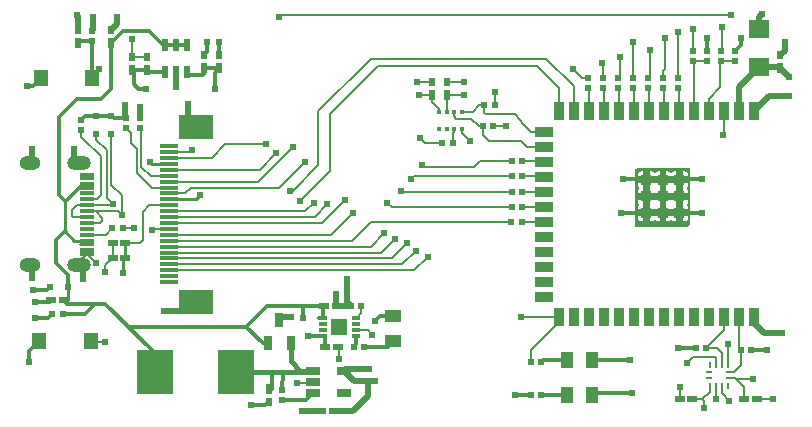
<source format=gtl>
G04 Layer: TopLayer*
G04 EasyEDA v6.5.23, 2023-06-17 09:45:11*
G04 36c83109d75f48428eebd667f423d1d4,0a61cb7f7b51421fbede6d33e3e5ec82,10*
G04 Gerber Generator version 0.2*
G04 Scale: 100 percent, Rotated: No, Reflected: No *
G04 Dimensions in inches *
G04 leading zeros omitted , absolute positions ,3 integer and 6 decimal *
%FSLAX36Y36*%
%MOIN*%

%AMMACRO1*21,1,$1,$2,0,0,$3*%
%ADD10C,0.0080*%
%ADD11C,0.0060*%
%ADD12C,0.0120*%
%ADD13C,0.0200*%
%ADD14C,0.0100*%
%ADD15C,0.0150*%
%ADD16MACRO1,0.0213X0.0311X90.0000*%
%ADD17MACRO1,0.0213X0.0311X0.0000*%
%ADD18R,0.0213X0.0311*%
%ADD19MACRO1,0.0213X0.0223X-90.0000*%
%ADD20MACRO1,0.0213X0.0223X90.0000*%
%ADD21R,0.0197X0.0110*%
%ADD22R,0.0110X0.0197*%
%ADD23R,0.0157X0.0161*%
%ADD24R,0.0179X0.0161*%
%ADD25MACRO1,0.0213X0.0311X-90.0000*%
%ADD26MACRO1,0.068X0.0585X0.0000*%
%ADD27R,0.0680X0.0585*%
%ADD28R,0.1193X0.1504*%
%ADD29R,0.0236X0.0236*%
%ADD30MACRO1,0.0394X0.0551X90.0000*%
%ADD31R,0.0551X0.0394*%
%ADD32R,0.0394X0.0551*%
%ADD33R,0.0591X0.0118*%
%ADD34MACRO1,0.0118X0.0591X-90.0000*%
%ADD35R,0.1181X0.0787*%
%ADD36MACRO1,0.0213X0.0223X0.0000*%
%ADD37R,0.0213X0.0223*%
%ADD38R,0.0354X0.0591*%
%ADD39R,0.0591X0.0354*%
%ADD40R,0.0354X0.0354*%
%ADD41MACRO1,0.0262X0.011X0.0000*%
%ADD42MACRO1,0.0512X0.0551X0.0000*%
%ADD43R,0.0276X0.0492*%
%ADD44MACRO1,0.0245X0.0435X-90.0000*%
%ADD45R,0.0209X0.0422*%
%ADD46R,0.0512X0.0118*%
%ADD47MACRO1,0.0535X0.0484X-90.0000*%
%ADD48R,0.0484X0.0535*%
%ADD49O,0.070866X0.047244*%
%ADD50O,0.07873999999999999X0.047244*%
%ADD51C,0.0197*%
%ADD52C,0.0240*%
%ADD53C,0.0144*%

%LPD*%
G36*
X2339000Y2025000D02*
G01*
X2337460Y2025300D01*
X2336180Y2026180D01*
X2335300Y2027460D01*
X2335000Y2029000D01*
X2335000Y2213340D01*
X2335300Y2214880D01*
X2336180Y2216180D01*
X2338820Y2218820D01*
X2340120Y2219700D01*
X2341660Y2220000D01*
X2516000Y2220000D01*
X2517540Y2219700D01*
X2518820Y2218820D01*
X2519700Y2217540D01*
X2520000Y2216000D01*
X2520000Y2036660D01*
X2519700Y2035120D01*
X2518820Y2033820D01*
X2511180Y2026180D01*
X2509880Y2025300D01*
X2508340Y2025000D01*
G37*

%LPC*%
G36*
X2355540Y2042960D02*
G01*
X2361660Y2042960D01*
X2361660Y2059520D01*
X2345120Y2059520D01*
X2345120Y2053380D01*
X2345400Y2050900D01*
X2346140Y2048740D01*
X2347360Y2046819D01*
X2348960Y2045200D01*
X2350900Y2044000D01*
X2353040Y2043240D01*
G37*
G36*
X2494620Y2042960D02*
G01*
X2500760Y2042960D01*
X2503240Y2043240D01*
X2505400Y2044000D01*
X2507320Y2045200D01*
X2508940Y2046819D01*
X2510140Y2048740D01*
X2510900Y2050900D01*
X2511180Y2053380D01*
X2511180Y2059520D01*
X2494620Y2059520D01*
G37*
G36*
X2384380Y2042960D02*
G01*
X2390520Y2042960D01*
X2393000Y2043240D01*
X2395160Y2044000D01*
X2397080Y2045200D01*
X2397760Y2045880D01*
X2399060Y2046740D01*
X2400580Y2047040D01*
X2402120Y2046740D01*
X2403420Y2045880D01*
X2404080Y2045200D01*
X2406000Y2044000D01*
X2408160Y2043240D01*
X2410640Y2042960D01*
X2416780Y2042960D01*
X2416780Y2059520D01*
X2384380Y2059520D01*
G37*
G36*
X2439500Y2042960D02*
G01*
X2445640Y2042960D01*
X2448120Y2043240D01*
X2450280Y2044000D01*
X2452200Y2045200D01*
X2452880Y2045880D01*
X2454160Y2046740D01*
X2455700Y2047060D01*
X2457240Y2046740D01*
X2458520Y2045880D01*
X2459200Y2045200D01*
X2461120Y2044000D01*
X2463280Y2043240D01*
X2465760Y2042960D01*
X2471900Y2042960D01*
X2471900Y2059520D01*
X2439500Y2059520D01*
G37*
G36*
X2494620Y2082240D02*
G01*
X2511180Y2082240D01*
X2511180Y2088360D01*
X2510900Y2090860D01*
X2510140Y2093000D01*
X2508940Y2094940D01*
X2508260Y2095620D01*
X2507400Y2096900D01*
X2507080Y2098440D01*
X2507400Y2099960D01*
X2508260Y2101260D01*
X2508940Y2101940D01*
X2510140Y2103860D01*
X2510900Y2106020D01*
X2511180Y2108500D01*
X2511180Y2114640D01*
X2494620Y2114640D01*
G37*
G36*
X2345120Y2082240D02*
G01*
X2361660Y2082240D01*
X2361660Y2114640D01*
X2345100Y2114640D01*
X2345100Y2108500D01*
X2345380Y2106020D01*
X2346140Y2103860D01*
X2347360Y2101940D01*
X2348020Y2101260D01*
X2348900Y2099960D01*
X2349200Y2098440D01*
X2348900Y2096900D01*
X2348020Y2095600D01*
X2347360Y2094940D01*
X2346140Y2093000D01*
X2345400Y2090860D01*
X2345120Y2088360D01*
G37*
G36*
X2384380Y2082240D02*
G01*
X2416780Y2082240D01*
X2416780Y2114640D01*
X2384380Y2114640D01*
G37*
G36*
X2439500Y2082240D02*
G01*
X2471900Y2082240D01*
X2471900Y2114640D01*
X2439500Y2114640D01*
G37*
G36*
X2494620Y2137360D02*
G01*
X2511180Y2137360D01*
X2511180Y2143500D01*
X2510900Y2145980D01*
X2510140Y2148140D01*
X2508940Y2150060D01*
X2508260Y2150720D01*
X2507400Y2152020D01*
X2507100Y2153560D01*
X2507400Y2155080D01*
X2508260Y2156380D01*
X2508940Y2157060D01*
X2510140Y2158980D01*
X2510900Y2161140D01*
X2511180Y2163620D01*
X2511180Y2169760D01*
X2494620Y2169760D01*
G37*
G36*
X2345100Y2137360D02*
G01*
X2361660Y2137360D01*
X2361660Y2169760D01*
X2345120Y2169760D01*
X2345120Y2163620D01*
X2345400Y2161140D01*
X2346140Y2158980D01*
X2347360Y2157060D01*
X2348020Y2156380D01*
X2348880Y2155080D01*
X2349200Y2153560D01*
X2348880Y2152020D01*
X2348020Y2150720D01*
X2347360Y2150060D01*
X2346140Y2148140D01*
X2345380Y2145980D01*
X2345100Y2143500D01*
G37*
G36*
X2384380Y2137360D02*
G01*
X2416780Y2137360D01*
X2416780Y2169760D01*
X2384380Y2169760D01*
G37*
G36*
X2439500Y2137360D02*
G01*
X2471900Y2137360D01*
X2471900Y2169760D01*
X2439500Y2169760D01*
G37*
G36*
X2345120Y2192480D02*
G01*
X2361660Y2192480D01*
X2361660Y2209020D01*
X2355540Y2209020D01*
X2353040Y2208740D01*
X2350900Y2208000D01*
X2348960Y2206780D01*
X2347360Y2205180D01*
X2346140Y2203240D01*
X2345400Y2201100D01*
X2345120Y2198600D01*
G37*
G36*
X2494620Y2192480D02*
G01*
X2511180Y2192480D01*
X2511180Y2198600D01*
X2510900Y2201100D01*
X2510140Y2203240D01*
X2508940Y2205180D01*
X2507320Y2206780D01*
X2505400Y2208000D01*
X2503240Y2208740D01*
X2500760Y2209020D01*
X2494620Y2209020D01*
G37*
G36*
X2384380Y2192480D02*
G01*
X2416780Y2192480D01*
X2416780Y2209020D01*
X2410640Y2209020D01*
X2408160Y2208740D01*
X2406000Y2208000D01*
X2404080Y2206780D01*
X2403420Y2206120D01*
X2402120Y2205240D01*
X2400580Y2204940D01*
X2399060Y2205240D01*
X2397760Y2206120D01*
X2397080Y2206780D01*
X2395160Y2208000D01*
X2393000Y2208740D01*
X2390520Y2209020D01*
X2384380Y2209020D01*
G37*
G36*
X2439500Y2192480D02*
G01*
X2471900Y2192480D01*
X2471900Y2209020D01*
X2465760Y2209020D01*
X2463280Y2208740D01*
X2461120Y2208000D01*
X2459200Y2206780D01*
X2458520Y2206120D01*
X2457240Y2205240D01*
X2455700Y2204940D01*
X2454160Y2205240D01*
X2452880Y2206120D01*
X2452200Y2206780D01*
X2450280Y2208000D01*
X2448120Y2208740D01*
X2445640Y2209020D01*
X2439500Y2209020D01*
G37*

%LPD*%
D10*
X2644530Y1564450D02*
G01*
X2645000Y1564918D01*
X2645000Y1635000D01*
D11*
X1220000Y2110000D02*
G01*
X1320000Y2210000D01*
X1320000Y2400000D01*
X1480000Y2560000D01*
X2010000Y2560000D01*
X2082100Y2487899D01*
X2082100Y2411399D01*
D10*
X1692960Y2305000D02*
G01*
X1635000Y2305000D01*
X1620000Y2320000D01*
X1862039Y2360000D02*
G01*
X1905000Y2360000D01*
X1867039Y2430000D02*
G01*
X1867039Y2475000D01*
X1757318Y2351649D02*
G01*
X1757318Y2337680D01*
X1785000Y2310000D01*
X1660000Y2506460D02*
G01*
X1610000Y2506460D01*
X1710000Y2506460D02*
G01*
X1765000Y2506460D01*
X1660000Y2463539D02*
G01*
X1615000Y2463539D01*
X1710000Y2463539D02*
G01*
X1765000Y2463539D01*
X1710000Y2463539D02*
G01*
X1710000Y2430000D01*
X1707790Y2427790D01*
X1707790Y2408350D01*
X1660000Y2463539D02*
G01*
X1660000Y2440000D01*
X1682680Y2417319D01*
X1682680Y2408350D01*
D11*
X1828000Y2360000D02*
G01*
X1828000Y2331999D01*
X1850000Y2310000D01*
X1955000Y2310000D01*
X1975000Y2290000D01*
X2031700Y2290000D01*
X2031700Y2291900D01*
X1833000Y2430000D02*
G01*
X1833000Y2405000D01*
X1840000Y2400000D01*
X1935000Y2400000D01*
X1965000Y2365000D01*
X1988100Y2341900D01*
X2031700Y2341900D01*
X1757319Y2408350D02*
G01*
X1795000Y2408350D01*
X1816649Y2430000D01*
X1832960Y2430000D01*
X1732201Y2408350D02*
G01*
X1732201Y2392800D01*
X1740000Y2385000D01*
X1790000Y2385000D01*
X1815000Y2360000D01*
X1827960Y2360000D01*
X1727039Y2305000D02*
G01*
X1727039Y2337037D01*
X1732201Y2342199D01*
X1732201Y2351649D01*
X1925069Y2243299D02*
G01*
X1818299Y2243299D01*
X1800000Y2225000D01*
X1630000Y2225000D01*
X1625000Y2230000D01*
D10*
X2605160Y1564450D02*
G01*
X2605160Y1590000D01*
X2530000Y1590000D01*
X2510000Y1570000D01*
X2526459Y1450000D02*
G01*
X2560000Y1450000D01*
X2565000Y1445000D01*
X2565000Y1420000D01*
X2672470Y1517528D02*
G01*
X2730000Y1517528D01*
X2624840Y1495549D02*
G01*
X2624840Y1470160D01*
X2650000Y1445000D01*
X2605159Y1495549D02*
G01*
X2605159Y1450000D01*
X2741459Y1450000D02*
G01*
X2795000Y1450000D01*
X2483540Y1450000D02*
G01*
X2483540Y1488539D01*
X2485000Y1490000D01*
X2526459Y1450000D02*
G01*
X2559997Y1450000D01*
X2585469Y1475470D01*
X2585469Y1495549D01*
X2698540Y1450000D02*
G01*
X2698540Y1491460D01*
X2669840Y1520160D01*
X2649449Y1520160D01*
D11*
X2649399Y1539800D02*
G01*
X2664799Y1539800D01*
X2688000Y1563000D01*
X2688000Y1615000D01*
X2624840Y1564450D02*
G01*
X2624840Y1605160D01*
X2610000Y1620000D01*
X2572039Y1620000D01*
D12*
X2537960Y1620000D02*
G01*
X2480000Y1620000D01*
X2722039Y1615000D02*
G01*
X2775000Y1615000D01*
D11*
X2687960Y1615000D02*
G01*
X2682079Y1620880D01*
X2682079Y1722440D01*
X2572039Y1620000D02*
G01*
X2632079Y1680039D01*
X2632079Y1722440D01*
D13*
X2732084Y1721999D02*
G01*
X2732084Y1702921D01*
X2765005Y1670000D01*
X2825000Y1670000D01*
D14*
X508465Y2167314D02*
G01*
X508465Y2155504D01*
D10*
X508454Y1966525D02*
G01*
X508454Y1978344D01*
D15*
X1187399Y1635626D02*
G01*
X1187399Y1577600D01*
X1219584Y1545416D01*
X1261688Y1545416D01*
X1261688Y1545414D02*
G01*
X1256274Y1540000D01*
X1005240Y1540000D01*
D13*
X1364048Y1545414D02*
G01*
X1368632Y1550000D01*
X1450000Y1550000D01*
D11*
X782328Y2214385D02*
G01*
X1084385Y2214385D01*
X1140000Y2270000D01*
X2625000Y2690000D02*
G01*
X2625000Y2610349D01*
X2622109Y2610349D01*
X2530000Y2685000D02*
G01*
X2527109Y2682109D01*
X2527109Y2610349D01*
X782328Y2175023D02*
G01*
X1080024Y2175023D01*
X1195000Y2290000D01*
X2480000Y2675000D02*
G01*
X2480000Y2535000D01*
X2480000Y2522046D01*
X2435000Y2655000D02*
G01*
X2435000Y2550000D01*
X2430000Y2545000D01*
X2430000Y2522046D01*
X782330Y2076585D02*
G01*
X1236584Y2076585D01*
X1265000Y2105000D01*
X2330000Y2640000D02*
G01*
X2330000Y2522046D01*
X782330Y2056905D02*
G01*
X1266904Y2056905D01*
X1310000Y2100000D01*
X782330Y2037215D02*
G01*
X1292214Y2037215D01*
X1370000Y2115000D01*
X2285000Y2590000D02*
G01*
X2285000Y2527046D01*
X2280000Y2522046D01*
X2385000Y2615000D02*
G01*
X2385000Y2521999D01*
X2380000Y2521999D01*
X782299Y1997874D02*
G01*
X1322875Y1997874D01*
X1395000Y2070000D01*
X2225000Y2570000D02*
G01*
X2230000Y2565000D01*
X2230000Y2522044D01*
X508463Y2096455D02*
G01*
X591455Y2096455D01*
X595000Y2100000D01*
X508463Y2076765D02*
G01*
X613234Y2076765D01*
X625000Y2065000D01*
X508465Y2096455D02*
G01*
X476455Y2096455D01*
X460000Y2080000D01*
X460000Y2060000D01*
X462914Y2057085D01*
X508465Y2057085D01*
X508499Y2076799D02*
G01*
X545000Y2076799D01*
X508465Y2076765D02*
G01*
X538234Y2076765D01*
X560000Y2055000D01*
X560000Y2045000D01*
X552395Y2037395D01*
X508465Y2037395D01*
X782349Y1978173D02*
G01*
X1393173Y1978173D01*
X1450000Y2035000D01*
X782330Y1958505D02*
G01*
X1453504Y1958505D01*
X1500000Y2005000D01*
X782330Y1938825D02*
G01*
X1488824Y1938825D01*
X1535000Y1985000D01*
X782209Y1919054D02*
G01*
X1524054Y1919054D01*
X1575000Y1970000D01*
X782209Y1899355D02*
G01*
X1559354Y1899355D01*
X1605000Y1945000D01*
X782209Y1879684D02*
G01*
X1599684Y1879684D01*
X1645000Y1925000D01*
X2130000Y2550000D02*
G01*
X2159650Y2520349D01*
X2177110Y2520349D01*
X1448009Y2033009D02*
G01*
X1455000Y2040000D01*
X1922955Y2040000D01*
X1590000Y2185000D02*
G01*
X1598305Y2193305D01*
X1925065Y2193305D01*
X1555000Y2145000D02*
G01*
X1558999Y2140999D01*
X1923954Y2140999D01*
X1510000Y2105000D02*
G01*
X1523999Y2090999D01*
X1923954Y2090999D01*
D12*
X385470Y1825000D02*
G01*
X375470Y1815000D01*
X330000Y1815000D01*
X388539Y1780000D02*
G01*
X383539Y1775000D01*
X335000Y1775000D01*
D11*
X490000Y2347950D02*
G01*
X490000Y2325000D01*
X555000Y2260000D01*
X555000Y2130000D01*
X541134Y2116134D01*
X508463Y2116134D01*
D12*
X767601Y2630239D02*
G01*
X805002Y2630239D01*
X805002Y2630239D02*
G01*
X842402Y2630239D01*
D11*
X1235000Y2240000D02*
G01*
X1150000Y2155000D01*
X855000Y2155000D01*
X834399Y2135599D01*
X782299Y2135599D01*
X782299Y2253800D02*
G01*
X923800Y2253800D01*
X970000Y2300000D01*
X1105000Y2300000D01*
D12*
X660000Y2548542D02*
G01*
X710000Y2548542D01*
X710000Y2548542D02*
G01*
X718782Y2539760D01*
X767601Y2539760D01*
X660000Y2548542D02*
G01*
X665000Y2543542D01*
X665000Y2500000D01*
X680000Y2485000D01*
X705000Y2485000D01*
X950000Y2553542D02*
G01*
X900000Y2553542D01*
X842399Y2539800D02*
G01*
X852200Y2530000D01*
X895000Y2530000D01*
X900000Y2535000D01*
X900000Y2553499D01*
X950000Y2553542D02*
G01*
X935000Y2538542D01*
X935000Y2485000D01*
D11*
X685000Y2353000D02*
G01*
X690000Y2348000D01*
X690000Y2295000D01*
X690000Y2285000D01*
X690000Y2285000D02*
G01*
X690000Y2225000D01*
X720304Y2194695D01*
X782330Y2194695D01*
X640000Y2352955D02*
G01*
X655000Y2337955D01*
X655000Y2305000D01*
X675000Y2285000D01*
X675000Y2205000D01*
X724665Y2155335D01*
X782330Y2155335D01*
X595000Y2100000D02*
G01*
X575000Y2120000D01*
X575000Y2280000D01*
X540000Y2315000D01*
X540000Y2335470D01*
X625000Y2065000D02*
G01*
X625000Y2130000D01*
X590000Y2165000D01*
X590000Y2335500D01*
D14*
X720000Y2240000D02*
G01*
X725934Y2234065D01*
X782330Y2234065D01*
X885000Y2130000D02*
G01*
X870955Y2115954D01*
X782330Y2115954D01*
D12*
X431460Y1780000D02*
G01*
X443013Y1768447D01*
X570000Y1768447D01*
X435000Y2010000D02*
G01*
X405000Y1980000D01*
X405000Y1905000D01*
X444529Y1865470D01*
X444529Y1825000D01*
D14*
X508499Y2167300D02*
G01*
X492300Y2167300D01*
X435000Y2110000D01*
X435000Y2015000D01*
X483499Y1966500D02*
G01*
X508499Y1966500D01*
X508454Y1978344D02*
G01*
X466655Y1978344D01*
X435000Y2010000D01*
X444529Y1825000D02*
G01*
X444529Y1780000D01*
X431460Y1780000D01*
X636457Y1920000D02*
G01*
X636457Y1970000D01*
X636457Y1920000D02*
G01*
X630000Y1913542D01*
X630000Y1870000D01*
D10*
X636457Y1970000D02*
G01*
X685000Y1970000D01*
X695000Y1980000D01*
X695000Y2075000D01*
X716275Y2096275D01*
X782330Y2096275D01*
X627044Y2020000D02*
G01*
X665000Y2020000D01*
X593537Y1970000D02*
G01*
X593537Y1920000D01*
D12*
X570000Y1768447D02*
G01*
X648447Y1690000D01*
X1040000Y1690000D01*
X1094372Y1635626D01*
X1112600Y1635626D01*
D10*
X660000Y2591462D02*
G01*
X660000Y2650000D01*
X710000Y2591462D02*
G01*
X660000Y2591462D01*
D12*
X715000Y2678542D02*
G01*
X763302Y2630239D01*
X767601Y2630239D01*
X590000Y2638542D02*
G01*
X630000Y2678542D01*
X715000Y2678542D01*
X435900Y2110900D02*
G01*
X415000Y2131700D01*
X415000Y2390000D01*
X475000Y2450000D01*
X555000Y2450000D01*
X590000Y2485000D01*
X590000Y2638542D01*
X1280477Y1719522D02*
G01*
X1294588Y1719522D01*
X1040000Y1690000D02*
G01*
X1110000Y1760000D01*
X1298542Y1760000D01*
X1298542Y1760000D02*
G01*
X1294588Y1756046D01*
X1294588Y1719522D01*
X1294588Y1660473D02*
G01*
X1301081Y1653980D01*
X1301081Y1622395D01*
X1294600Y1660500D02*
G01*
X1245000Y1660000D01*
X1397955Y1625000D02*
G01*
X1405408Y1632453D01*
X1405408Y1660473D01*
X1223792Y1760000D02*
G01*
X1230000Y1753791D01*
X1230000Y1720000D01*
X1470000Y1710000D02*
G01*
X1486350Y1726350D01*
X1530000Y1726350D01*
X1530000Y1643649D02*
G01*
X1511350Y1625000D01*
X1432046Y1625000D01*
D13*
X1364048Y1545414D02*
G01*
X1399462Y1510000D01*
X1470000Y1510000D01*
D11*
X1422049Y1760000D02*
G01*
X1422049Y1736159D01*
X1407290Y1721410D01*
X1405408Y1680153D02*
G01*
X1444846Y1680153D01*
X1460000Y1665000D01*
X1344002Y1622395D02*
G01*
X1350000Y1616397D01*
X1350000Y1585000D01*
X1261688Y1508047D02*
G01*
X1258643Y1505000D01*
X1210000Y1505000D01*
D13*
X2750000Y2557300D02*
G01*
X2682084Y2489385D01*
X2682084Y2411415D01*
X2820000Y2553539D02*
G01*
X2848540Y2525000D01*
X2850000Y2525000D01*
X2820000Y2553539D02*
G01*
X2816239Y2557300D01*
X2750000Y2557300D01*
X2820000Y2596460D02*
G01*
X2835000Y2611460D01*
X2835000Y2640000D01*
X2750000Y2682700D02*
G01*
X2750000Y2725000D01*
X2760000Y2735000D01*
X2732084Y2411415D02*
G01*
X2780670Y2460000D01*
X2850000Y2460000D01*
D12*
X427040Y1735000D02*
G01*
X501437Y1735000D01*
X534884Y1768447D01*
X531313Y1768447D01*
X1123447Y1484762D02*
G01*
X1124768Y1486082D01*
X1124768Y1540000D01*
X1160000Y1447955D02*
G01*
X1239008Y1447955D01*
X1261688Y1470635D01*
X1160000Y1481999D02*
G01*
X1160699Y1540000D01*
X525000Y2642948D02*
G01*
X526019Y2641929D01*
X526019Y2520000D01*
X480000Y2638539D02*
G01*
X484409Y2642948D01*
X525000Y2642948D01*
D11*
X526019Y2520000D02*
G01*
X550000Y2543980D01*
X550000Y2550000D01*
X2630000Y2330000D02*
G01*
X2632084Y2332085D01*
X2632084Y2411415D01*
D12*
X353980Y2520000D02*
G01*
X328980Y2495000D01*
X310000Y2495000D01*
X392959Y1735000D02*
G01*
X377959Y1720000D01*
X335000Y1720000D01*
D11*
X521019Y1645000D02*
G01*
X526019Y1640000D01*
X570000Y1640000D01*
X1955000Y1725000D02*
G01*
X1957565Y1722433D01*
X2082084Y1722433D01*
D13*
X1331457Y1410000D02*
G01*
X1395000Y1410000D01*
X1444017Y1459016D01*
X1444017Y1510000D01*
X1288536Y1410000D02*
G01*
X1225000Y1410000D01*
X1150000Y1714367D02*
G01*
X1160631Y1725000D01*
X1190000Y1725000D01*
X1387955Y1760000D02*
G01*
X1341463Y1760000D01*
X1387953Y1760000D02*
G01*
X1375000Y1772953D01*
X1375000Y1850000D01*
X1341464Y1760000D02*
G01*
X1340000Y1761464D01*
X1340000Y1800000D01*
X525000Y2677040D02*
G01*
X530000Y2682040D01*
X530000Y2725000D01*
X480000Y2681460D02*
G01*
X480000Y2725000D01*
X475000Y2730000D01*
X590000Y2681462D02*
G01*
X610000Y2701462D01*
X610000Y2725000D01*
X685000Y2387044D02*
G01*
X685000Y2425000D01*
X640000Y2387044D02*
G01*
X635000Y2392044D01*
X635000Y2430000D01*
D12*
X590000Y2394529D02*
G01*
X597485Y2387044D01*
X640000Y2387044D01*
X540000Y2394529D02*
G01*
X590000Y2394529D01*
X490000Y2382044D02*
G01*
X502485Y2394529D01*
X540000Y2394529D01*
D10*
X782299Y2017699D02*
G01*
X725000Y2017699D01*
X725000Y2015000D01*
D13*
X871329Y1775545D02*
G01*
X840784Y1745000D01*
X765000Y1745000D01*
X871080Y2358294D02*
G01*
X845000Y2384375D01*
X845000Y2435000D01*
X482874Y1896844D02*
G01*
X495000Y1884720D01*
X495000Y1850000D01*
X318305Y1896844D02*
G01*
X325000Y1890149D01*
X325000Y1855000D01*
X318305Y2237004D02*
G01*
X325000Y2243699D01*
X325000Y2285000D01*
X482874Y2237004D02*
G01*
X465000Y2254879D01*
X465000Y2285000D01*
D10*
X508465Y1935034D02*
G01*
X538499Y1905000D01*
X540000Y1905000D01*
X508465Y1935034D02*
G01*
X482874Y1909445D01*
X482874Y1896844D01*
D11*
X592955Y2020000D02*
G01*
X570979Y1998024D01*
X508465Y1998024D01*
D10*
X593537Y1920000D02*
G01*
X570000Y1896462D01*
X570000Y1875000D01*
D12*
X348978Y1645000D02*
G01*
X315000Y1611021D01*
X315000Y1575000D01*
X1987955Y1465000D02*
G01*
X1935000Y1465000D01*
X2022044Y1465000D02*
G01*
X2108648Y1465000D01*
X2022044Y1575000D02*
G01*
X2027044Y1580000D01*
X2108648Y1580000D01*
D11*
X1987955Y1575000D02*
G01*
X1987955Y1612955D01*
X2082084Y1707085D01*
X2082084Y1722435D01*
D12*
X2191349Y1465000D02*
G01*
X2196349Y1470000D01*
X2325000Y1470000D01*
X2191349Y1580000D02*
G01*
X2320000Y1580000D01*
D11*
X2670000Y2577955D02*
G01*
X2668305Y2576260D01*
X2622110Y2576260D01*
D12*
X2670000Y2612046D02*
G01*
X2690000Y2632046D01*
X2690000Y2655000D01*
D11*
X2622110Y2576260D02*
G01*
X2620000Y2574149D01*
X2620000Y2490000D01*
X2582084Y2452085D01*
X2582084Y2411415D01*
X2575000Y2577955D02*
G01*
X2573305Y2576260D01*
X2527110Y2576260D01*
X2527110Y2576260D02*
G01*
X2532084Y2571284D01*
X2532084Y2411415D01*
D12*
X2575000Y2612044D02*
G01*
X2575000Y2655000D01*
D11*
X2480000Y2487955D02*
G01*
X2482084Y2485870D01*
X2482084Y2411415D01*
X2430000Y2487955D02*
G01*
X2432084Y2485870D01*
X2432084Y2411415D01*
X2380000Y2487955D02*
G01*
X2382084Y2485870D01*
X2382084Y2411415D01*
X2330000Y2487955D02*
G01*
X2332084Y2485870D01*
X2332084Y2411415D01*
X2280000Y2487955D02*
G01*
X2282084Y2485870D01*
X2282084Y2411415D01*
X2230000Y2487955D02*
G01*
X2232084Y2485870D01*
X2232084Y2411415D01*
X2177110Y2486260D02*
G01*
X2182084Y2481284D01*
X2182084Y2411415D01*
X2031684Y2241925D02*
G01*
X2030304Y2243305D01*
X1959155Y2243305D01*
X2031684Y2191925D02*
G01*
X2030304Y2193305D01*
X1959155Y2193305D01*
X2031700Y2141900D02*
G01*
X1958000Y2140999D01*
X2031700Y2091900D02*
G01*
X1958000Y2090999D01*
X2031684Y2041925D02*
G01*
X2029759Y2040000D01*
X1957044Y2040000D01*
D12*
X1113447Y1441842D02*
G01*
X1101606Y1430000D01*
X1055000Y1430000D01*
X2483254Y2181104D02*
G01*
X2487150Y2185000D01*
X2560000Y2185000D01*
X2483299Y2070900D02*
G01*
X2560000Y2070000D01*
X2373000Y2070900D02*
G01*
X2290000Y2070000D01*
X2373024Y2181104D02*
G01*
X2369129Y2185000D01*
X2295000Y2185000D01*
X950000Y2596462D02*
G01*
X950000Y2640000D01*
X900000Y2596462D02*
G01*
X910000Y2606462D01*
X910000Y2640000D01*
D13*
X805000Y2539800D02*
G01*
X805000Y2490000D01*
D10*
X782299Y2273400D02*
G01*
X860000Y2273400D01*
X860000Y2280000D01*
D11*
X1185000Y2145000D02*
G01*
X1195000Y2145000D01*
X1280000Y2230000D01*
X1280000Y2410000D01*
X1455000Y2585000D01*
X2040000Y2585000D01*
X2132100Y2492899D01*
X2132100Y2411399D01*
X1150000Y2725000D02*
G01*
X1155000Y2730000D01*
X1650500Y2730000D01*
X2655000Y2730000D01*
D12*
X570000Y1768447D02*
G01*
X734760Y1603687D01*
X734760Y1540000D01*
D16*
G01*
X2741459Y1450000D03*
G01*
X2698540Y1450000D03*
D17*
G01*
X1710000Y2463541D03*
D18*
G01*
X1710000Y2506460D03*
D17*
G01*
X1660000Y2463541D03*
D18*
G01*
X1660000Y2506460D03*
D19*
G01*
X1692959Y2305000D03*
G01*
X1727040Y2305000D03*
D20*
G01*
X1867040Y2430000D03*
G01*
X1832959Y2430000D03*
G01*
X1862040Y2360000D03*
G01*
X1827959Y2360000D03*
D21*
G01*
X2649449Y1539839D03*
G01*
X2649449Y1520160D03*
D22*
G01*
X2644530Y1495549D03*
G01*
X2624840Y1495549D03*
G01*
X2605159Y1495549D03*
G01*
X2585469Y1495549D03*
D21*
G01*
X2580550Y1520160D03*
G01*
X2580550Y1539839D03*
D22*
G01*
X2585469Y1564450D03*
G01*
X2605159Y1564450D03*
G01*
X2624840Y1564450D03*
G01*
X2644530Y1564450D03*
D23*
G01*
X1732200Y2351649D03*
D24*
G01*
X1757319Y2351649D03*
G01*
X1757319Y2408350D03*
D23*
G01*
X1732200Y2408350D03*
G01*
X1707799Y2351649D03*
G01*
X1707790Y2408350D03*
D24*
G01*
X1682680Y2351649D03*
G01*
X1682680Y2408350D03*
D25*
G01*
X2483540Y1450000D03*
G01*
X2526459Y1450000D03*
D20*
G01*
X2722040Y1615000D03*
G01*
X2687959Y1615000D03*
D19*
G01*
X2537959Y1620000D03*
G01*
X2572040Y1620000D03*
D16*
G01*
X431458Y1780000D03*
G01*
X388541Y1780000D03*
D17*
G01*
X2820000Y2553541D03*
D18*
G01*
X2820000Y2596460D03*
D16*
G01*
X636458Y1970000D03*
G01*
X593541Y1970000D03*
D17*
G01*
X950000Y2553541D03*
D18*
G01*
X950000Y2596460D03*
D17*
G01*
X480000Y2638541D03*
D18*
G01*
X480000Y2681460D03*
D25*
G01*
X1298540Y1760000D03*
G01*
X1341459Y1760000D03*
G01*
X1301080Y1622395D03*
G01*
X1343998Y1622395D03*
D17*
G01*
X900000Y2553541D03*
D18*
G01*
X900000Y2596460D03*
D17*
G01*
X710000Y2548541D03*
D18*
G01*
X710000Y2591460D03*
D17*
G01*
X590000Y2638541D03*
D18*
G01*
X590000Y2681460D03*
D17*
G01*
X660000Y2548541D03*
D18*
G01*
X660000Y2591460D03*
D16*
G01*
X636458Y1920000D03*
G01*
X593541Y1920000D03*
D17*
G01*
X1113447Y1484764D03*
D18*
G01*
X1113450Y1441849D03*
D16*
G01*
X1331459Y1410000D03*
G01*
X1288540Y1410000D03*
D26*
G01*
X2750000Y2557302D03*
D27*
G01*
X2750000Y2682700D03*
D28*
G01*
X734760Y1540000D03*
G01*
X1005240Y1540000D03*
D29*
G01*
X540000Y2335470D03*
G01*
X540000Y2394529D03*
G01*
X590000Y2335470D03*
G01*
X590000Y2394529D03*
G01*
X444529Y1825000D03*
G01*
X385470Y1825000D03*
D30*
G01*
X1530000Y1643650D03*
D31*
G01*
X1530000Y1726350D03*
D32*
G01*
X2108649Y1465000D03*
G01*
X2191350Y1465000D03*
G01*
X2108649Y1580000D03*
G01*
X2191350Y1580000D03*
D33*
G01*
X782330Y2293110D03*
G01*
X782330Y2273440D03*
G01*
X782330Y2253760D03*
G01*
X782330Y2234070D03*
G01*
X782330Y2214389D03*
G01*
X782330Y2194699D03*
G01*
X782330Y2175019D03*
G01*
X782330Y2155329D03*
G01*
X782330Y2135650D03*
G01*
X782330Y2115960D03*
G01*
X782330Y2096280D03*
G01*
X782330Y2076590D03*
G01*
X782330Y2056909D03*
G01*
X782330Y2037220D03*
G01*
X782280Y2017689D03*
G01*
X782299Y1997880D03*
D34*
G01*
X782345Y1978174D03*
D33*
G01*
X782330Y1958499D03*
G01*
X782330Y1938820D03*
G01*
X782209Y1919050D03*
G01*
X782209Y1899349D03*
G01*
X782209Y1879679D03*
G01*
X782209Y1859980D03*
G01*
X782209Y1840290D03*
D35*
G01*
X871080Y2358299D03*
G01*
X871329Y1775549D03*
D20*
G01*
X627040Y2020000D03*
G01*
X592959Y2020000D03*
D36*
G01*
X490000Y2347959D03*
D37*
G01*
X490000Y2382040D03*
D36*
G01*
X525000Y2677040D03*
D37*
G01*
X525000Y2642959D03*
D36*
G01*
X2622110Y2610345D03*
D37*
G01*
X2622110Y2576260D03*
D36*
G01*
X2527110Y2610345D03*
D37*
G01*
X2527110Y2576260D03*
D36*
G01*
X2480000Y2522040D03*
D37*
G01*
X2480000Y2487959D03*
D36*
G01*
X2430000Y2522040D03*
D37*
G01*
X2430000Y2487959D03*
D36*
G01*
X2380000Y2522040D03*
D37*
G01*
X2380000Y2487959D03*
D19*
G01*
X1922959Y2040000D03*
G01*
X1957040Y2040000D03*
G01*
X1925069Y2193305D03*
G01*
X1959150Y2193305D03*
G01*
X1923959Y2140999D03*
G01*
X1958040Y2140999D03*
G01*
X1923959Y2090999D03*
G01*
X1958040Y2090999D03*
D36*
G01*
X2230000Y2522040D03*
D37*
G01*
X2230000Y2487959D03*
D36*
G01*
X2280000Y2522040D03*
D37*
G01*
X2280000Y2487959D03*
D36*
G01*
X2330000Y2522040D03*
D37*
G01*
X2330000Y2487959D03*
D19*
G01*
X1925069Y2243305D03*
G01*
X1959150Y2243305D03*
D36*
G01*
X2177110Y2520345D03*
D37*
G01*
X2177110Y2486260D03*
D36*
G01*
X2670000Y2612040D03*
D37*
G01*
X2670000Y2577959D03*
D36*
G01*
X2575000Y2612040D03*
D37*
G01*
X2575000Y2577959D03*
D20*
G01*
X1432040Y1625000D03*
G01*
X1397959Y1625000D03*
D19*
G01*
X1387959Y1760000D03*
G01*
X1422040Y1760000D03*
D36*
G01*
X640000Y2352959D03*
D37*
G01*
X640000Y2387040D03*
D36*
G01*
X685000Y2352959D03*
D37*
G01*
X685000Y2387040D03*
D20*
G01*
X427040Y1735000D03*
G01*
X392959Y1735000D03*
D36*
G01*
X1160000Y1482040D03*
D37*
G01*
X1160000Y1447959D03*
D20*
G01*
X2022040Y1465000D03*
G01*
X1987959Y1465000D03*
G01*
X2022040Y1575000D03*
G01*
X1987959Y1575000D03*
D38*
G01*
X2732079Y2411410D03*
G01*
X2682079Y2411410D03*
G01*
X2632079Y2411410D03*
G01*
X2582079Y2411410D03*
G01*
X2532079Y2411410D03*
G01*
X2482079Y2411410D03*
G01*
X2432079Y2411410D03*
G01*
X2382079Y2411410D03*
G01*
X2332079Y2411410D03*
G01*
X2282079Y2411410D03*
G01*
X2232079Y2411410D03*
G01*
X2182079Y2411410D03*
G01*
X2132079Y2411410D03*
G01*
X2082079Y2411410D03*
D39*
G01*
X2031689Y2341920D03*
G01*
X2031689Y2291920D03*
G01*
X2031689Y2241920D03*
G01*
X2031689Y2191920D03*
G01*
X2031689Y2141920D03*
G01*
X2031689Y2091920D03*
G01*
X2031689Y2041920D03*
G01*
X2031689Y1991920D03*
G01*
X2031689Y1941920D03*
G01*
X2031689Y1891920D03*
G01*
X2031689Y1841920D03*
G01*
X2032870Y1791920D03*
D38*
G01*
X2082079Y1722440D03*
G01*
X2132079Y1722440D03*
G01*
X2182079Y1722440D03*
G01*
X2232079Y1722440D03*
G01*
X2282079Y1722440D03*
G01*
X2332079Y1722440D03*
G01*
X2382079Y1722440D03*
G01*
X2432079Y1722440D03*
G01*
X2482079Y1722440D03*
G01*
X2532079Y1722440D03*
G01*
X2582079Y1722440D03*
G01*
X2632079Y1722440D03*
G01*
X2682079Y1722440D03*
G01*
X2732079Y1722440D03*
D40*
G01*
X2373019Y2070870D03*
G01*
X2373019Y2125979D03*
G01*
X2373019Y2181100D03*
G01*
X2483260Y2181100D03*
G01*
X2483260Y2125979D03*
G01*
X2483260Y2070870D03*
G01*
X2428140Y2070870D03*
G01*
X2428140Y2181100D03*
G01*
X2428140Y2125979D03*
D41*
G01*
X1294586Y1719527D03*
G01*
X1294586Y1699842D03*
G01*
X1294586Y1680157D03*
G01*
X1294586Y1660472D03*
G01*
X1405413Y1660472D03*
G01*
X1405413Y1680157D03*
G01*
X1405413Y1699842D03*
G01*
X1405413Y1719527D03*
D42*
G01*
X1350000Y1690000D03*
D43*
G01*
X1112600Y1635630D03*
G01*
X1187399Y1635630D03*
G01*
X1150000Y1714369D03*
D44*
G01*
X1364050Y1470632D03*
G01*
X1364050Y1545415D03*
G01*
X1261687Y1545416D03*
G01*
X1261687Y1508047D03*
G01*
X1261687Y1470634D03*
D45*
G01*
X842399Y2630239D03*
G01*
X805000Y2630239D03*
G01*
X767600Y2630239D03*
G01*
X767600Y2539760D03*
G01*
X805000Y2539760D03*
G01*
X842399Y2539760D03*
D46*
G01*
X508470Y2198820D03*
G01*
X508470Y2187010D03*
G01*
X508470Y2167319D03*
G01*
X508470Y2155509D03*
G01*
X508470Y2135830D03*
G01*
X508470Y2116140D03*
G01*
X508470Y2096460D03*
G01*
X508470Y2076770D03*
G01*
X508470Y2057089D03*
G01*
X508470Y2037399D03*
G01*
X508470Y1998029D03*
G01*
X508460Y1978350D03*
G01*
X508460Y1966529D03*
G01*
X508470Y1946849D03*
G01*
X508470Y1935039D03*
G01*
X508470Y2017730D03*
D47*
G01*
X353976Y2520000D03*
D48*
G01*
X526019Y2520000D03*
D47*
G01*
X348976Y1645000D03*
D48*
G01*
X521019Y1645000D03*
D49*
G01*
X318310Y2236999D03*
G01*
X318310Y1896840D03*
D50*
G01*
X482880Y1896840D03*
G01*
X482880Y2236999D03*
D51*
G01*
X2455709Y2125979D03*
G01*
X2400590Y2125979D03*
G01*
X2483270Y2153539D03*
G01*
X2455709Y2181100D03*
G01*
X2400590Y2181100D03*
G01*
X2400590Y2070859D03*
G01*
X2455709Y2070859D03*
G01*
X2483270Y2098420D03*
G01*
X2428149Y2098420D03*
G01*
X2428149Y2153539D03*
G01*
X2373029Y2153539D03*
G01*
X2373029Y2098420D03*
D52*
G01*
X1450000Y1550000D03*
G01*
X1105000Y2300000D03*
G01*
X1105000Y2300000D03*
G01*
X2625000Y2690000D03*
G01*
X1140000Y2270000D03*
G01*
X2530000Y2685000D03*
G01*
X1195000Y2290000D03*
G01*
X2480000Y2675000D03*
G01*
X1235000Y2240000D03*
G01*
X2435000Y2655000D03*
G01*
X1265000Y2105000D03*
G01*
X2330000Y2640000D03*
G01*
X1310000Y2100000D03*
G01*
X2385000Y2615000D03*
G01*
X1370000Y2115000D03*
G01*
X2285000Y2590000D03*
G01*
X1395000Y2070000D03*
G01*
X2225000Y2570000D03*
G01*
X595000Y2100000D03*
G01*
X1185000Y2145000D03*
G01*
X625000Y2065000D03*
G01*
X1220000Y2110000D03*
G01*
X1645000Y1925000D03*
G01*
X2130000Y2550000D03*
G01*
X1605000Y1945000D03*
G01*
X1575000Y1970000D03*
G01*
X1535000Y1985000D03*
G01*
X1500000Y2005000D03*
G01*
X1625000Y2230000D03*
G01*
X1590000Y2185000D03*
G01*
X1555000Y2145000D03*
G01*
X1510000Y2105000D03*
G01*
X330000Y1815000D03*
G01*
X335000Y1775000D03*
G01*
X705000Y2485000D03*
G01*
X720000Y2240000D03*
G01*
X935000Y2485000D03*
G01*
X885000Y2130000D03*
G01*
X630000Y1870000D03*
G01*
X665000Y2020000D03*
G01*
X725000Y2015000D03*
G01*
X570000Y1875000D03*
G01*
X660000Y2650000D03*
G01*
X1245000Y1660000D03*
G01*
X1230000Y1720000D03*
G01*
X1470000Y1710000D03*
G01*
X1470000Y1510000D03*
G01*
X1340000Y1800000D03*
G01*
X1375000Y1850000D03*
G01*
X1460000Y1665000D03*
G01*
X1350000Y1585000D03*
G01*
X1210000Y1505000D03*
G01*
X635000Y2430000D03*
G01*
X2850000Y2525000D03*
G01*
X2835000Y2640000D03*
G01*
X2760000Y2735000D03*
G01*
X2850000Y2460000D03*
G01*
X550000Y2550000D03*
G01*
X1150000Y2725000D03*
G01*
X2655000Y2730000D03*
G01*
X2630000Y2330000D03*
G01*
X310000Y2495000D03*
G01*
X315000Y1575000D03*
G01*
X335000Y1720000D03*
G01*
X570000Y1640000D03*
G01*
X1955000Y1725000D03*
G01*
X1225000Y1410000D03*
G01*
X1190000Y1725000D03*
G01*
X530000Y2725000D03*
G01*
X475000Y2730000D03*
G01*
X610000Y2725000D03*
G01*
X685000Y2425000D03*
G01*
X765000Y1745000D03*
G01*
X845000Y2435000D03*
G01*
X495000Y1850000D03*
G01*
X325000Y1855000D03*
G01*
X325000Y2285000D03*
G01*
X465000Y2285000D03*
G01*
X538499Y1905000D03*
G01*
X1935000Y1465000D03*
G01*
X2325000Y1470000D03*
G01*
X2320000Y1580000D03*
G01*
X2825000Y1670000D03*
G01*
X2690000Y2655000D03*
G01*
X2575000Y2655000D03*
G01*
X1055000Y1430000D03*
G01*
X2560000Y2185000D03*
G01*
X2560000Y2070000D03*
G01*
X2290000Y2070000D03*
G01*
X2295000Y2185000D03*
G01*
X910000Y2640000D03*
G01*
X950000Y2640000D03*
G01*
X805000Y2490000D03*
G01*
X860000Y2280000D03*
G01*
X2775000Y1615000D03*
G01*
X2480000Y1620000D03*
G01*
X2485000Y1490000D03*
G01*
X2795000Y1450000D03*
G01*
X2605159Y1450000D03*
G01*
X2650000Y1445000D03*
G01*
X2730000Y1517530D03*
G01*
X2565000Y1420000D03*
G01*
X2510000Y1570000D03*
G01*
X1765000Y2463539D03*
G01*
X1615000Y2463539D03*
G01*
X1765000Y2506460D03*
G01*
X1610000Y2506460D03*
G01*
X1785000Y2310000D03*
G01*
X1905000Y2360000D03*
G01*
X1867039Y2475000D03*
G01*
X1620000Y2320000D03*
G01*
X2645000Y1635000D03*
M02*

</source>
